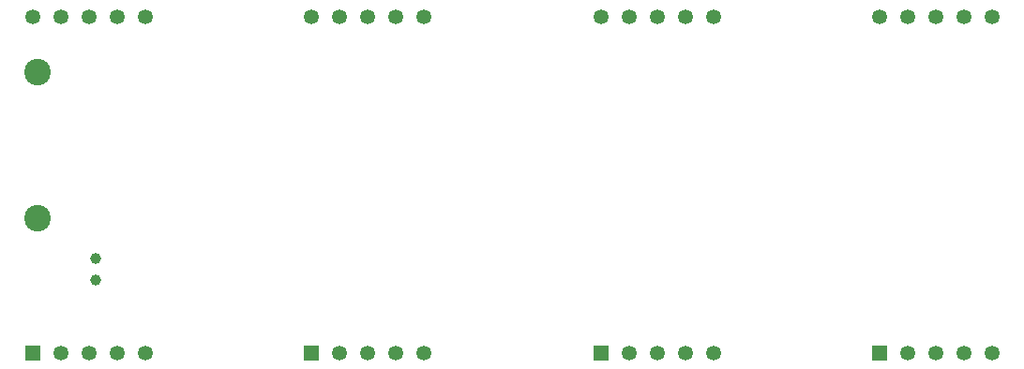
<source format=gts>
G04 #@! TF.GenerationSoftware,KiCad,Pcbnew,8.0.4*
G04 #@! TF.CreationDate,2024-08-10T20:36:19+03:00*
G04 #@! TF.ProjectId,7clock,37636c6f-636b-42e6-9b69-6361645f7063,rev?*
G04 #@! TF.SameCoordinates,Original*
G04 #@! TF.FileFunction,Soldermask,Top*
G04 #@! TF.FilePolarity,Negative*
%FSLAX46Y46*%
G04 Gerber Fmt 4.6, Leading zero omitted, Abs format (unit mm)*
G04 Created by KiCad (PCBNEW 8.0.4) date 2024-08-10 20:36:19*
%MOMM*%
%LPD*%
G01*
G04 APERTURE LIST*
%ADD10R,1.350000X1.350000*%
%ADD11C,1.350000*%
%ADD12C,2.400000*%
%ADD13C,1.000000*%
G04 APERTURE END LIST*
D10*
G04 #@! TO.C,DS4*
X113340000Y-93218000D03*
D11*
X115880000Y-93218000D03*
X118420000Y-93218000D03*
X120960000Y-93218000D03*
X123500000Y-93218000D03*
X123500000Y-62818000D03*
X120960000Y-62818000D03*
X118420000Y-62818000D03*
X115880000Y-62818000D03*
X113340000Y-62818000D03*
G04 #@! TD*
D10*
G04 #@! TO.C,DS3*
X138486000Y-93218000D03*
D11*
X141026000Y-93218000D03*
X143566000Y-93218000D03*
X146106000Y-93218000D03*
X148646000Y-93218000D03*
X148646000Y-62818000D03*
X146106000Y-62818000D03*
X143566000Y-62818000D03*
X141026000Y-62818000D03*
X138486000Y-62818000D03*
G04 #@! TD*
D10*
G04 #@! TO.C,DS1*
X189840000Y-93218000D03*
D11*
X192380000Y-93218000D03*
X194920000Y-93218000D03*
X197460000Y-93218000D03*
X200000000Y-93218000D03*
X200000000Y-62818000D03*
X197460000Y-62818000D03*
X194920000Y-62818000D03*
X192380000Y-62818000D03*
X189840000Y-62818000D03*
G04 #@! TD*
D10*
G04 #@! TO.C,DS2*
X164694000Y-93218000D03*
D11*
X167234000Y-93218000D03*
X169774000Y-93218000D03*
X172314000Y-93218000D03*
X174854000Y-93218000D03*
X174854000Y-62818000D03*
X172314000Y-62818000D03*
X169774000Y-62818000D03*
X167234000Y-62818000D03*
X164694000Y-62818000D03*
G04 #@! TD*
D12*
G04 #@! TO.C,BT1*
X113792000Y-67822000D03*
X113792000Y-81022000D03*
G04 #@! TD*
D13*
G04 #@! TO.C,Y1*
X118999000Y-86609000D03*
X118999000Y-84709000D03*
G04 #@! TD*
M02*

</source>
